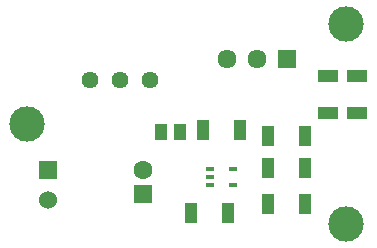
<source format=gbr>
%TF.GenerationSoftware,KiCad,Pcbnew,8.0.2*%
%TF.CreationDate,2024-09-03T17:10:45+02:00*%
%TF.ProjectId,IMD SCS Maker,494d4420-5343-4532-904d-616b65722e6b,rev?*%
%TF.SameCoordinates,Original*%
%TF.FileFunction,Soldermask,Top*%
%TF.FilePolarity,Negative*%
%FSLAX46Y46*%
G04 Gerber Fmt 4.6, Leading zero omitted, Abs format (unit mm)*
G04 Created by KiCad (PCBNEW 8.0.2) date 2024-09-03 17:10:45*
%MOMM*%
%LPD*%
G01*
G04 APERTURE LIST*
G04 Aperture macros list*
%AMRoundRect*
0 Rectangle with rounded corners*
0 $1 Rounding radius*
0 $2 $3 $4 $5 $6 $7 $8 $9 X,Y pos of 4 corners*
0 Add a 4 corners polygon primitive as box body*
4,1,4,$2,$3,$4,$5,$6,$7,$8,$9,$2,$3,0*
0 Add four circle primitives for the rounded corners*
1,1,$1+$1,$2,$3*
1,1,$1+$1,$4,$5*
1,1,$1+$1,$6,$7*
1,1,$1+$1,$8,$9*
0 Add four rect primitives between the rounded corners*
20,1,$1+$1,$2,$3,$4,$5,0*
20,1,$1+$1,$4,$5,$6,$7,0*
20,1,$1+$1,$6,$7,$8,$9,0*
20,1,$1+$1,$8,$9,$2,$3,0*%
G04 Aperture macros list end*
%ADD10C,1.440000*%
%ADD11C,3.000000*%
%ADD12R,1.610000X1.610000*%
%ADD13C,1.610000*%
%ADD14R,1.800000X1.050000*%
%ADD15R,1.530000X1.530000*%
%ADD16C,1.530000*%
%ADD17R,1.050000X1.800000*%
%ADD18RoundRect,0.100000X-0.225000X-0.100000X0.225000X-0.100000X0.225000X0.100000X-0.225000X0.100000X0*%
%ADD19R,1.070000X1.470000*%
%ADD20R,1.600000X1.600000*%
%ADD21C,1.600000*%
G04 APERTURE END LIST*
D10*
%TO.C,U1*%
X70866000Y-46736000D03*
X73406000Y-46736000D03*
X75946000Y-46736000D03*
%TD*%
D11*
%TO.C,*%
X92500000Y-42000000D03*
%TD*%
D12*
%TO.C,J3*%
X87540000Y-45000000D03*
D13*
X85000000Y-45000000D03*
X82460000Y-45000000D03*
%TD*%
D14*
%TO.C,R5*%
X93500000Y-49550000D03*
X93500000Y-46450000D03*
%TD*%
D15*
%TO.C,J1*%
X67316500Y-54400000D03*
D16*
X67316500Y-56940000D03*
%TD*%
D17*
%TO.C,R3*%
X85950000Y-57250000D03*
X89050000Y-57250000D03*
%TD*%
%TO.C,R4*%
X79450000Y-58000000D03*
X82550000Y-58000000D03*
%TD*%
%TO.C,R1*%
X89050000Y-51500000D03*
X85950000Y-51500000D03*
%TD*%
D18*
%TO.C,CP1*%
X81050000Y-54350000D03*
X81050000Y-55000000D03*
X81050000Y-55650000D03*
X82950000Y-55650000D03*
X82950000Y-54350000D03*
%TD*%
D19*
%TO.C,C2*%
X76842500Y-51154000D03*
X78482500Y-51154000D03*
%TD*%
D11*
%TO.C,*%
X92500000Y-59000000D03*
%TD*%
D14*
%TO.C,R7*%
X91000000Y-46450000D03*
X91000000Y-49550000D03*
%TD*%
D20*
%TO.C,C1*%
X75376500Y-56427112D03*
D21*
X75376500Y-54427112D03*
%TD*%
D17*
%TO.C,R6*%
X83550000Y-51000000D03*
X80450000Y-51000000D03*
%TD*%
%TO.C,R2*%
X89050000Y-54202000D03*
X85950000Y-54202000D03*
%TD*%
D11*
%TO.C,*%
X65500000Y-50500000D03*
%TD*%
M02*

</source>
